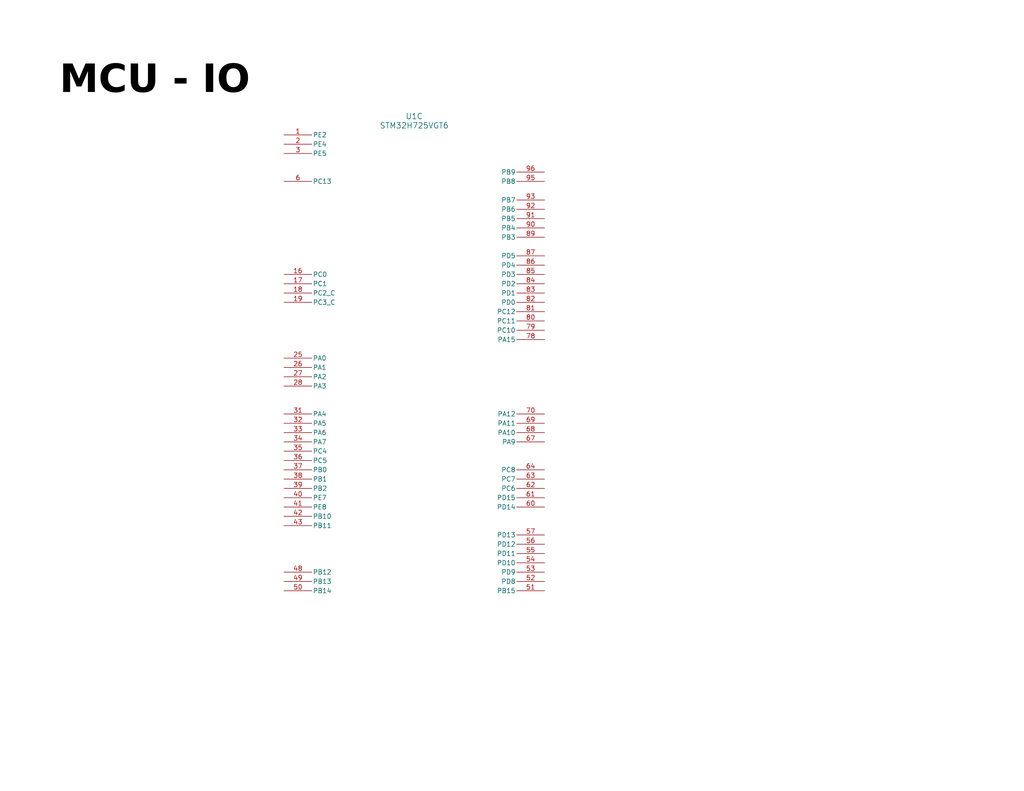
<source format=kicad_sch>
(kicad_sch (version 20250114) (generator "eeschema") (generator_version "9.0")
  (paper "USLetter")
  (title_block (title "${BOARD_NAME}") (date "2025-04-07") (rev "${REVISION}") (company "${DESIGNER}"))
  (lib_symbols
    (symbol "local-mcu:STM32H725VGT6" (pin_names (offset 0.254))
      (property "Reference" "U" (at 28.194 4.318 0))
      (property "Value" "STM32H725VGT6" (at 28.194 1.778 0))
      (symbol "STM32H725VGT6_1_1"
        (polyline (pts (xy 0 0) (xy 0 -67.31)) (stroke (width 0.127)))
        (polyline (pts (xy 0 -67.31) (xy 55.88 -67.31)) (stroke (width 0.127)))
        (polyline (pts (xy 55.88 0) (xy 0 0)) (stroke (width 0.127)))
        (polyline (pts (xy 55.88 -67.31) (xy 55.88 0)) (stroke (width 0.127)))
        (pin power_in line (at -7.62 -3.81 0) (length 7.62) (name "VDD") (number "4"))
        (pin power_in line (at -7.62 -7.62 0) (length 7.62) (name "VDD") (number "20"))
        (pin power_in line (at -7.62 -11.43 0) (length 7.62) (name "VDD") (number "30"))
        (pin power_in line (at -7.62 -15.24 0) (length 7.62) (name "VDD") (number "47"))
        (pin power_in line (at -7.62 -19.05 0) (length 7.62) (name "VDD") (number "59"))
        (pin power_in line (at -7.62 -22.86 0) (length 7.62) (name "VDD") (number "75"))
        (pin power_in line (at -7.62 -26.67 0) (length 7.62) (name "VDD") (number "88"))
        (pin power_in line (at -7.62 -30.48 0) (length 7.62) (name "VDD") (number "100"))
        (pin power_out line (at -7.62 -40.64 0) (length 7.62) (name "VSS") (number "21"))
        (pin power_out line (at -7.62 -44.45 0) (length 7.62) (name "VSSA") (number "22"))
        (pin power_out line (at -7.62 -48.26 0) (length 7.62) (name "VSS") (number "29"))
        (pin power_out line (at -7.62 -52.07 0) (length 7.62) (name "VSS") (number "45"))
        (pin power_out line (at -7.62 -55.88 0) (length 7.62) (name "VSS") (number "58"))
        (pin power_out line (at -7.62 -59.69 0) (length 7.62) (name "VSS") (number "73"))
        (pin power_out line (at -7.62 -63.5 0) (length 7.62) (name "VSS") (number "98"))
        (pin power_in line (at 63.5 -3.81 180) (length 7.62) (name "VREF+") (number "23"))
        (pin power_in line (at 63.5 -7.62 180) (length 7.62) (name "VDDA") (number "24"))
        (pin power_in line (at 63.5 -13.97 180) (length 7.62) (name "VDDLDO") (number "46"))
        (pin power_in line (at 63.5 -17.78 180) (length 7.62) (name "VDDLDO") (number "99"))
        (pin power_in line (at 63.5 -21.59 180) (length 7.62) (name "VDDLDO") (number "74"))
        (pin power_in line (at 63.5 -27.94 180) (length 7.62) (name "VBAT") (number "5"))
        (pin power_in line (at 63.5 -31.75 180) (length 7.62) (name "VDD33USB") (number "76"))
        (pin power_in line (at 63.5 -38.1 180) (length 7.62) (name "VCAP") (number "44"))
        (pin power_in line (at 63.5 -41.91 180) (length 7.62) (name "VCAP") (number "72"))
        (pin power_in line (at 63.5 -45.72 180) (length 7.62) (name "VCAP") (number "97"))
        (pin power_in line (at 63.5 -52.07 180) (length 7.62) (name "VFBSMPS") (number "12"))
        (pin power_in line (at 63.5 -55.88 180) (length 7.62) (name "VDDSMPS") (number "11"))
        (pin power_in line (at 63.5 -59.69 180) (length 7.62) (name "VLXSMPS") (number "10"))
        (pin power_out line (at 63.5 -63.5 180) (length 7.62) (name "VSSSMPS") (number "9"))
      )
      (symbol "STM32H725VGT6_2_1"
        (rectangle (start 7.62 0) (end 45.72 -27.94))
        (pin bidirectional line (at 0 -3.81 0) (length 7.62) (name "PC14-OSC32_IN") (number "7"))
        (pin bidirectional line (at 0 -7.62 0) (length 7.62) (name "PC15-OSC32_OUT") (number "8"))
        (pin bidirectional line (at 0 -13.97 0) (length 7.62) (name "PH0-OSC_IN") (number "13"))
        (pin bidirectional line (at 0 -17.78 0) (length 7.62) (name "PH1-OSC_OUT") (number "14"))
        (pin bidirectional line (at 0 -24.13 0) (length 7.62) (name "I2S_CKIN-MCO2-PC9") (number "65"))
        (pin input line (at 53.34 -3.81 180) (length 7.62) (name "BOOT0") (number "94"))
        (pin output line (at 53.34 -10.16 180) (length 7.62) (name "SWCLK-PA14") (number "77"))
        (pin bidirectional line (at 53.34 -13.97 180) (length 7.62) (name "SWDIO-PA13") (number "71"))
        (pin bidirectional line (at 53.34 -17.78 180) (length 7.62) (name "NRST") (number "15"))
        (pin bidirectional line (at 53.34 -24.13 180) (length 7.62) (name "MCO1-PA8") (number "66"))
      )
      (symbol "STM32H725VGT6_3_1"
        (pin bidirectional line (at 0 0 0) (length 7.62) (name "PE2") (number "1"))
        (pin bidirectional line (at 0 -2.54 0) (length 7.62) (name "PE4") (number "2"))
        (pin bidirectional line (at 0 -5.08 0) (length 7.62) (name "PE5") (number "3"))
        (pin bidirectional line (at 0 -12.7 0) (length 7.62) (name "PC13") (number "6"))
        (pin bidirectional line (at 0 -38.1 0) (length 7.62) (name "PC0") (number "16"))
        (pin bidirectional line (at 0 -40.64 0) (length 7.62) (name "PC1") (number "17"))
        (pin bidirectional line (at 0 -43.18 0) (length 7.62) (name "PC2_C") (number "18"))
        (pin bidirectional line (at 0 -45.72 0) (length 7.62) (name "PC3_C") (number "19"))
        (pin bidirectional line (at 0 -60.96 0) (length 7.62) (name "PA0") (number "25"))
        (pin bidirectional line (at 0 -63.5 0) (length 7.62) (name "PA1") (number "26"))
        (pin bidirectional line (at 0 -66.04 0) (length 7.62) (name "PA2") (number "27"))
        (pin bidirectional line (at 0 -68.58 0) (length 7.62) (name "PA3") (number "28"))
        (pin bidirectional line (at 0 -76.2 0) (length 7.62) (name "PA4") (number "31"))
        (pin bidirectional line (at 0 -78.74 0) (length 7.62) (name "PA5") (number "32"))
        (pin bidirectional line (at 0 -81.28 0) (length 7.62) (name "PA6") (number "33"))
        (pin bidirectional line (at 0 -83.82 0) (length 7.62) (name "PA7") (number "34"))
        (pin bidirectional line (at 0 -86.36 0) (length 7.62) (name "PC4") (number "35"))
        (pin bidirectional line (at 0 -88.9 0) (length 7.62) (name "PC5") (number "36"))
        (pin bidirectional line (at 0 -91.44 0) (length 7.62) (name "PB0") (number "37"))
        (pin bidirectional line (at 0 -93.98 0) (length 7.62) (name "PB1") (number "38"))
        (pin bidirectional line (at 0 -96.52 0) (length 7.62) (name "PB2") (number "39"))
        (pin bidirectional line (at 0 -99.06 0) (length 7.62) (name "PE7") (number "40"))
        (pin bidirectional line (at 0 -101.6 0) (length 7.62) (name "PE8") (number "41"))
        (pin bidirectional line (at 0 -104.14 0) (length 7.62) (name "PB10") (number "42"))
        (pin bidirectional line (at 0 -106.68 0) (length 7.62) (name "PB11") (number "43"))
        (pin bidirectional line (at 0 -119.38 0) (length 7.62) (name "PB12") (number "48"))
        (pin bidirectional line (at 0 -121.92 0) (length 7.62) (name "PB13") (number "49"))
        (pin bidirectional line (at 0 -124.46 0) (length 7.62) (name "PB14") (number "50"))
        (pin bidirectional line (at 71.12 -10.16 180) (length 7.62) (name "PB9") (number "96"))
        (pin bidirectional line (at 71.12 -12.7 180) (length 7.62) (name "PB8") (number "95"))
        (pin bidirectional line (at 71.12 -17.78 180) (length 7.62) (name "PB7") (number "93"))
        (pin bidirectional line (at 71.12 -20.32 180) (length 7.62) (name "PB6") (number "92"))
        (pin bidirectional line (at 71.12 -22.86 180) (length 7.62) (name "PB5") (number "91"))
        (pin bidirectional line (at 71.12 -25.4 180) (length 7.62) (name "PB4") (number "90"))
        (pin bidirectional line (at 71.12 -27.94 180) (length 7.62) (name "PB3") (number "89"))
        (pin bidirectional line (at 71.12 -33.02 180) (length 7.62) (name "PD5") (number "87"))
        (pin bidirectional line (at 71.12 -35.56 180) (length 7.62) (name "PD4") (number "86"))
        (pin bidirectional line (at 71.12 -38.1 180) (length 7.62) (name "PD3") (number "85"))
        (pin bidirectional line (at 71.12 -40.64 180) (length 7.62) (name "PD2") (number "84"))
        (pin bidirectional line (at 71.12 -43.18 180) (length 7.62) (name "PD1") (number "83"))
        (pin bidirectional line (at 71.12 -45.72 180) (length 7.62) (name "PD0") (number "82"))
        (pin bidirectional line (at 71.12 -48.26 180) (length 7.62) (name "PC12") (number "81"))
        (pin bidirectional line (at 71.12 -50.8 180) (length 7.62) (name "PC11") (number "80"))
        (pin bidirectional line (at 71.12 -53.34 180) (length 7.62) (name "PC10") (number "79"))
        (pin bidirectional line (at 71.12 -55.88 180) (length 7.62) (name "PA15") (number "78"))
        (pin bidirectional line (at 71.12 -76.2 180) (length 7.62) (name "PA12") (number "70"))
        (pin bidirectional line (at 71.12 -78.74 180) (length 7.62) (name "PA11") (number "69"))
        (pin bidirectional line (at 71.12 -81.28 180) (length 7.62) (name "PA10") (number "68"))
        (pin bidirectional line (at 71.12 -83.82 180) (length 7.62) (name "PA9") (number "67"))
        (pin bidirectional line (at 71.12 -91.44 180) (length 7.62) (name "PC8") (number "64"))
        (pin bidirectional line (at 71.12 -93.98 180) (length 7.62) (name "PC7") (number "63"))
        (pin bidirectional line (at 71.12 -96.52 180) (length 7.62) (name "PC6") (number "62"))
        (pin bidirectional line (at 71.12 -99.06 180) (length 7.62) (name "PD15") (number "61"))
        (pin bidirectional line (at 71.12 -101.6 180) (length 7.62) (name "PD14") (number "60"))
        (pin bidirectional line (at 71.12 -109.22 180) (length 7.62) (name "PD13") (number "57"))
        (pin bidirectional line (at 71.12 -111.76 180) (length 7.62) (name "PD12") (number "56"))
        (pin bidirectional line (at 71.12 -114.3 180) (length 7.62) (name "PD11") (number "55"))
        (pin bidirectional line (at 71.12 -116.84 180) (length 7.62) (name "PD10") (number "54"))
        (pin bidirectional line (at 71.12 -119.38 180) (length 7.62) (name "PD9") (number "53"))
        (pin bidirectional line (at 71.12 -121.92 180) (length 7.62) (name "PD8") (number "52"))
        (pin bidirectional line (at 71.12 -124.46 180) (length 7.62) (name "PB15") (number "51"))
      )
    )
  )
  (text "MCU - IO" (exclude_from_sim yes) (at 16.256 24.13 0) (effects (font (size 7.62 7.62) (thickness 0.254) (bold yes)) (justify left)))
  (symbol (lib_id "local-mcu:STM32H725VGT6") (at 77.47 36.83 0) (unit 3)
    (property "Reference" "U1" (at 113.03 31.75 0) (effects (font (size 1.524 1.524))))
    (property "Value" "STM32H725VGT6" (at 113.03 34.29 0) (effects (font (size 1.524 1.524))))
    (property "Footprint" "local-mcu:STM32H725VGT6_LQFP100_14X14M" (effects (hide yes)))
    (property "Datasheet" "${KIPRJMOD}/docs/stm32h725vgt6.pdf" (effects (hide yes)))
    (property "Description" "STM32H7 32BIT 1MB FLASH" (effects (hide yes)))
    (property "Supplier" "Digi-Key" (effects (hide yes)))
    (property "Supplier Part Number" "497-STM32H725VGT6-ND" (effects (hide yes)))
    (property "Package" "100LQFP" (effects (hide yes)))
  )
)
</source>
